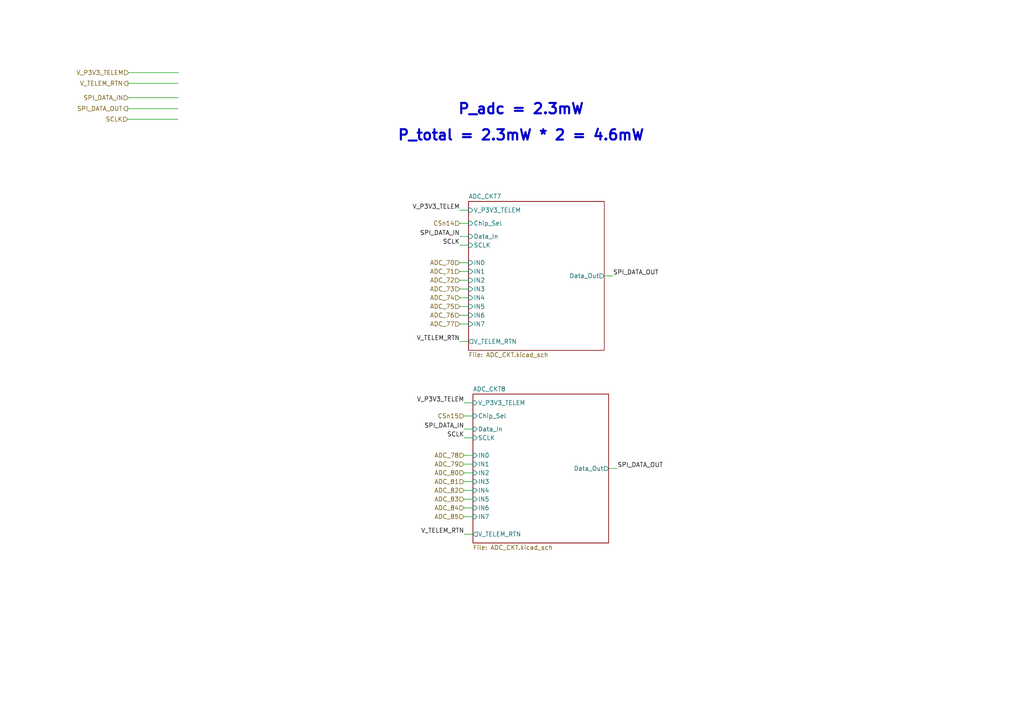
<source format=kicad_sch>
(kicad_sch
	(version 20250114)
	(generator "eeschema")
	(generator_version "9.0")
	(uuid "b1bfd09f-a992-4cd4-80c7-6d30746fd2c9")
	(paper "A4")
	(lib_symbols)
	(text "P_total = 2.3mW * 2 = 4.6mW"
		(exclude_from_sim no)
		(at 151.13 39.37 0)
		(effects
			(font
				(size 3 3)
				(thickness 0.6)
				(bold yes)
			)
		)
		(uuid "a323f798-67f7-4c2a-84fb-cbefd9c10a53")
	)
	(text "P_adc = 2.3mW"
		(exclude_from_sim no)
		(at 151.13 31.75 0)
		(effects
			(font
				(size 3 3)
				(thickness 0.6)
				(bold yes)
			)
		)
		(uuid "f10dd75f-d9b0-422a-a3a8-4b7056bec2fd")
	)
	(wire
		(pts
			(xy 177.8 80.01) (xy 175.26 80.01)
		)
		(stroke
			(width 0)
			(type default)
		)
		(uuid "0880fd44-d19f-4577-ac86-cf16cf581c6a")
	)
	(wire
		(pts
			(xy 133.35 60.96) (xy 135.89 60.96)
		)
		(stroke
			(width 0)
			(type default)
		)
		(uuid "0e154b37-cdd5-4aa5-8e56-589c44027748")
	)
	(wire
		(pts
			(xy 134.62 147.32) (xy 137.16 147.32)
		)
		(stroke
			(width 0)
			(type default)
		)
		(uuid "108be215-de06-463c-b176-c918845ab57c")
	)
	(wire
		(pts
			(xy 133.35 91.44) (xy 135.89 91.44)
		)
		(stroke
			(width 0)
			(type default)
		)
		(uuid "20b60f2e-1d96-4046-b73d-76822615054a")
	)
	(wire
		(pts
			(xy 133.35 99.06) (xy 135.89 99.06)
		)
		(stroke
			(width 0)
			(type default)
		)
		(uuid "2111184d-ca4f-407c-9e76-c1767f44661b")
	)
	(wire
		(pts
			(xy 134.62 144.78) (xy 137.16 144.78)
		)
		(stroke
			(width 0)
			(type default)
		)
		(uuid "347cb7c2-4f0f-4769-9df7-29045c9bfdeb")
	)
	(wire
		(pts
			(xy 134.62 149.86) (xy 137.16 149.86)
		)
		(stroke
			(width 0)
			(type default)
		)
		(uuid "3a93d332-64ea-42c2-987b-aa79fbed33c8")
	)
	(wire
		(pts
			(xy 37.3075 21.0718) (xy 51.8637 21.0718)
		)
		(stroke
			(width 0)
			(type default)
		)
		(uuid "44052100-75cc-4d16-8375-d5d4bdaa7e23")
	)
	(wire
		(pts
			(xy 133.35 68.58) (xy 135.89 68.58)
		)
		(stroke
			(width 0)
			(type default)
		)
		(uuid "47e5beae-63f9-4a00-a533-511293843f00")
	)
	(wire
		(pts
			(xy 134.62 127) (xy 137.16 127)
		)
		(stroke
			(width 0)
			(type default)
		)
		(uuid "4900f625-722b-4780-b6e9-aebbb3bf346d")
	)
	(wire
		(pts
			(xy 133.35 78.74) (xy 135.89 78.74)
		)
		(stroke
			(width 0)
			(type default)
		)
		(uuid "56f06d84-035a-4a3e-a40e-fbb3c2856b79")
	)
	(wire
		(pts
			(xy 133.35 76.2) (xy 135.89 76.2)
		)
		(stroke
			(width 0)
			(type default)
		)
		(uuid "5972d509-ec33-4885-a102-d468db773e3f")
	)
	(wire
		(pts
			(xy 133.35 83.82) (xy 135.89 83.82)
		)
		(stroke
			(width 0)
			(type default)
		)
		(uuid "76e4577a-a314-4323-88b6-cf3ddb3c10ec")
	)
	(wire
		(pts
			(xy 134.62 137.16) (xy 137.16 137.16)
		)
		(stroke
			(width 0)
			(type default)
		)
		(uuid "88e5f8ca-ca7a-4b9b-a0e7-7af309774ea2")
	)
	(wire
		(pts
			(xy 133.35 86.36) (xy 135.89 86.36)
		)
		(stroke
			(width 0)
			(type default)
		)
		(uuid "88ef489c-87ed-4fc3-ad60-b5e50d11e1a7")
	)
	(wire
		(pts
			(xy 133.35 93.98) (xy 135.89 93.98)
		)
		(stroke
			(width 0)
			(type default)
		)
		(uuid "8ee6f1c9-c640-4f61-aa7c-9c41b40afbd3")
	)
	(wire
		(pts
			(xy 37.0439 31.5077) (xy 51.6001 31.5077)
		)
		(stroke
			(width 0)
			(type default)
		)
		(uuid "910e6786-010e-49e4-b801-170c58ce6f00")
	)
	(wire
		(pts
			(xy 134.62 116.84) (xy 137.16 116.84)
		)
		(stroke
			(width 0)
			(type default)
		)
		(uuid "95497600-e5b2-477d-b4d8-817ce0ef49ff")
	)
	(wire
		(pts
			(xy 179.07 135.89) (xy 176.53 135.89)
		)
		(stroke
			(width 0)
			(type default)
		)
		(uuid "ac7df455-06d0-4c0e-b7f9-3506ae9dea7f")
	)
	(wire
		(pts
			(xy 134.62 124.46) (xy 137.16 124.46)
		)
		(stroke
			(width 0)
			(type default)
		)
		(uuid "af81ac90-8ba0-47cd-b5eb-c80370c88f74")
	)
	(wire
		(pts
			(xy 134.62 139.7) (xy 137.16 139.7)
		)
		(stroke
			(width 0)
			(type default)
		)
		(uuid "b154c157-3e7d-487f-a8bd-fef49dfec5c6")
	)
	(wire
		(pts
			(xy 134.62 142.24) (xy 137.16 142.24)
		)
		(stroke
			(width 0)
			(type default)
		)
		(uuid "b47198b4-e42b-451c-adf1-93b1cd790c48")
	)
	(wire
		(pts
			(xy 134.62 132.08) (xy 137.16 132.08)
		)
		(stroke
			(width 0)
			(type default)
		)
		(uuid "ba69de22-40b6-4737-a5c4-b7f16e26d3fb")
	)
	(wire
		(pts
			(xy 133.35 88.9) (xy 135.89 88.9)
		)
		(stroke
			(width 0)
			(type default)
		)
		(uuid "c78313ce-db89-451e-8ebf-c8f430e5d939")
	)
	(wire
		(pts
			(xy 134.62 134.62) (xy 137.16 134.62)
		)
		(stroke
			(width 0)
			(type default)
		)
		(uuid "c9fe9608-3656-4a30-a152-29179f96243e")
	)
	(wire
		(pts
			(xy 133.35 64.77) (xy 135.89 64.77)
		)
		(stroke
			(width 0)
			(type default)
		)
		(uuid "cd57ac84-8bdc-4fc3-b6f5-03534b4c4b43")
	)
	(wire
		(pts
			(xy 134.62 120.65) (xy 137.16 120.65)
		)
		(stroke
			(width 0)
			(type default)
		)
		(uuid "ddd3a318-4728-4782-a908-71d181ef27d2")
	)
	(wire
		(pts
			(xy 134.62 154.94) (xy 137.16 154.94)
		)
		(stroke
			(width 0)
			(type default)
		)
		(uuid "e43aa0ed-1720-4b27-a6c7-54aa75215191")
	)
	(wire
		(pts
			(xy 133.35 71.12) (xy 135.89 71.12)
		)
		(stroke
			(width 0)
			(type default)
		)
		(uuid "ed85f072-1e3d-408b-beca-c5a7f09bc71f")
	)
	(wire
		(pts
			(xy 37.1063 24.1919) (xy 51.6625 24.1919)
		)
		(stroke
			(width 0)
			(type default)
		)
		(uuid "f5660104-64ef-42ea-a987-3ca2b2827926")
	)
	(wire
		(pts
			(xy 133.35 81.28) (xy 135.89 81.28)
		)
		(stroke
			(width 0)
			(type default)
		)
		(uuid "f58c5ad3-dc41-49bc-89c6-964cdc73b758")
	)
	(wire
		(pts
			(xy 37.198 28.3491) (xy 51.7542 28.3491)
		)
		(stroke
			(width 0)
			(type default)
		)
		(uuid "fc6fe5e0-7534-4cec-b03d-faab8451dc44")
	)
	(wire
		(pts
			(xy 37.0439 34.5893) (xy 51.6001 34.5893)
		)
		(stroke
			(width 0)
			(type default)
		)
		(uuid "fd5a7f14-a7c4-43cc-a444-f6dbde4e8540")
	)
	(label "V_P3V3_TELEM"
		(at 134.62 116.84 180)
		(effects
			(font
				(size 1.27 1.27)
			)
			(justify right bottom)
		)
		(uuid "4af797b9-1776-489a-9352-d95718dc47c1")
	)
	(label "SPI_DATA_IN"
		(at 133.35 68.58 180)
		(effects
			(font
				(size 1.27 1.27)
			)
			(justify right bottom)
		)
		(uuid "5f5e189f-f61f-4276-af6e-23a454e7f60f")
	)
	(label "SPI_DATA_OUT"
		(at 177.8 80.01 0)
		(effects
			(font
				(size 1.27 1.27)
			)
			(justify left bottom)
		)
		(uuid "6423787f-e0fd-4a60-a742-5ac8db939779")
	)
	(label "V_TELEM_RTN"
		(at 134.62 154.94 180)
		(effects
			(font
				(size 1.27 1.27)
			)
			(justify right bottom)
		)
		(uuid "71216ef8-ef6c-487c-a87f-0d54eca50da5")
	)
	(label "SCLK"
		(at 134.62 127 180)
		(effects
			(font
				(size 1.27 1.27)
			)
			(justify right bottom)
		)
		(uuid "82d7e3a3-a352-4f50-a67f-43fd20b4533b")
	)
	(label "SCLK"
		(at 133.35 71.12 180)
		(effects
			(font
				(size 1.27 1.27)
			)
			(justify right bottom)
		)
		(uuid "9128dea8-1fb0-43d0-a395-dbc432dfbe57")
	)
	(label "SPI_DATA_IN"
		(at 134.62 124.46 180)
		(effects
			(font
				(size 1.27 1.27)
			)
			(justify right bottom)
		)
		(uuid "964a4434-9f87-4b0d-a07f-463ce03b3e20")
	)
	(label "V_P3V3_TELEM"
		(at 133.35 60.96 180)
		(effects
			(font
				(size 1.27 1.27)
			)
			(justify right bottom)
		)
		(uuid "a482e988-a6da-4cc8-be5a-fea80154b493")
	)
	(label "V_TELEM_RTN"
		(at 133.35 99.06 180)
		(effects
			(font
				(size 1.27 1.27)
			)
			(justify right bottom)
		)
		(uuid "abc701b1-eb5d-4e53-8f15-87d2aabfebcb")
	)
	(label "SPI_DATA_OUT"
		(at 179.07 135.89 0)
		(effects
			(font
				(size 1.27 1.27)
			)
			(justify left bottom)
		)
		(uuid "ff0bf55c-cdfe-418d-ab46-2cbd755a4d2e")
	)
	(hierarchical_label "V_TELEM_RTN"
		(shape output)
		(at 37.1063 24.1919 180)
		(effects
			(font
				(size 1.27 1.27)
			)
			(justify right)
		)
		(uuid "067397b4-23ff-42e9-9b4c-2ab854b16f08")
	)
	(hierarchical_label "ADC_78"
		(shape input)
		(at 134.62 132.08 180)
		(effects
			(font
				(size 1.27 1.27)
			)
			(justify right)
		)
		(uuid "0ed3ef10-0c2a-4227-a789-ead1ded7662e")
	)
	(hierarchical_label "ADC_81"
		(shape input)
		(at 134.62 139.7 180)
		(effects
			(font
				(size 1.27 1.27)
			)
			(justify right)
		)
		(uuid "2299dc21-cc1b-4e07-8d7f-be3ca660c27f")
	)
	(hierarchical_label "ADC_76"
		(shape input)
		(at 133.35 91.44 180)
		(effects
			(font
				(size 1.27 1.27)
			)
			(justify right)
		)
		(uuid "2cd64eb6-1762-49d1-a007-938ff6f1d167")
	)
	(hierarchical_label "ADC_82"
		(shape input)
		(at 134.62 142.24 180)
		(effects
			(font
				(size 1.27 1.27)
			)
			(justify right)
		)
		(uuid "32504e25-08e5-4645-b221-2a3901157a81")
	)
	(hierarchical_label "CSn14"
		(shape input)
		(at 133.35 64.77 180)
		(effects
			(font
				(size 1.27 1.27)
			)
			(justify right)
		)
		(uuid "32e015a6-0f67-42e9-bcab-ed81b1b8423c")
	)
	(hierarchical_label "SPI_DATA_OUT"
		(shape output)
		(at 37.0439 31.5077 180)
		(effects
			(font
				(size 1.27 1.27)
			)
			(justify right)
		)
		(uuid "37fe4578-e6fd-4013-bd83-9a9c597ebf0e")
	)
	(hierarchical_label "ADC_84"
		(shape input)
		(at 134.62 147.32 180)
		(effects
			(font
				(size 1.27 1.27)
			)
			(justify right)
		)
		(uuid "3b4fe841-bc9c-416e-b474-0d5639f4406d")
	)
	(hierarchical_label "ADC_77"
		(shape input)
		(at 133.35 93.98 180)
		(effects
			(font
				(size 1.27 1.27)
			)
			(justify right)
		)
		(uuid "61cd20a5-b4f5-46b5-bce2-c7024bbc4b47")
	)
	(hierarchical_label "ADC_75"
		(shape input)
		(at 133.35 88.9 180)
		(effects
			(font
				(size 1.27 1.27)
			)
			(justify right)
		)
		(uuid "63672da6-01fe-457f-9097-f9ba68f114f4")
	)
	(hierarchical_label "ADC_72"
		(shape input)
		(at 133.35 81.28 180)
		(effects
			(font
				(size 1.27 1.27)
			)
			(justify right)
		)
		(uuid "66c3b7be-16ac-4163-9c3a-3ad9a313f68d")
	)
	(hierarchical_label "ADC_83"
		(shape input)
		(at 134.62 144.78 180)
		(effects
			(font
				(size 1.27 1.27)
			)
			(justify right)
		)
		(uuid "8246106b-a791-4784-920d-1757ee9e92eb")
	)
	(hierarchical_label "ADC_73"
		(shape input)
		(at 133.35 83.82 180)
		(effects
			(font
				(size 1.27 1.27)
			)
			(justify right)
		)
		(uuid "82ac00b0-f252-41eb-802b-849d8d5e71c1")
	)
	(hierarchical_label "ADC_80"
		(shape input)
		(at 134.62 137.16 180)
		(effects
			(font
				(size 1.27 1.27)
			)
			(justify right)
		)
		(uuid "83c0b583-0439-4e21-9c8f-8f5487b9d846")
	)
	(hierarchical_label "V_P3V3_TELEM"
		(shape input)
		(at 37.3075 21.0718 180)
		(effects
			(font
				(size 1.27 1.27)
			)
			(justify right)
		)
		(uuid "848f24ce-dbb5-4fcd-91c1-0ac2b6cfc33d")
	)
	(hierarchical_label "ADC_85"
		(shape input)
		(at 134.62 149.86 180)
		(effects
			(font
				(size 1.27 1.27)
			)
			(justify right)
		)
		(uuid "89cd177d-746a-418d-a8f5-a76cc39ea434")
	)
	(hierarchical_label "ADC_71"
		(shape input)
		(at 133.35 78.74 180)
		(effects
			(font
				(size 1.27 1.27)
			)
			(justify right)
		)
		(uuid "a585a5d1-7da4-4017-a9be-b2495cddaf8a")
	)
	(hierarchical_label "ADC_70"
		(shape input)
		(at 133.35 76.2 180)
		(effects
			(font
				(size 1.27 1.27)
			)
			(justify right)
		)
		(uuid "b5013904-6830-44c0-a4dc-5b5e9c7295d5")
	)
	(hierarchical_label "ADC_74"
		(shape input)
		(at 133.35 86.36 180)
		(effects
			(font
				(size 1.27 1.27)
			)
			(justify right)
		)
		(uuid "cb3c3f52-ca82-4d4f-ba1b-56eeae80c140")
	)
	(hierarchical_label "CSn15"
		(shape input)
		(at 134.62 120.65 180)
		(effects
			(font
				(size 1.27 1.27)
			)
			(justify right)
		)
		(uuid "e9095094-5220-4601-9468-23b236d347f8")
	)
	(hierarchical_label "SCLK"
		(shape input)
		(at 37.0439 34.5893 180)
		(effects
			(font
				(size 1.27 1.27)
			)
			(justify right)
		)
		(uuid "ee354527-710a-44e7-810a-e02583d2bb16")
	)
	(hierarchical_label "ADC_79"
		(shape input)
		(at 134.62 134.62 180)
		(effects
			(font
				(size 1.27 1.27)
			)
			(justify right)
		)
		(uuid "f30dcd12-4510-42e5-a405-4eacaa7070a7")
	)
	(hierarchical_label "SPI_DATA_IN"
		(shape input)
		(at 37.198 28.3491 180)
		(effects
			(font
				(size 1.27 1.27)
			)
			(justify right)
		)
		(uuid "fa264329-bb68-49c4-9603-164a5c1e54c0")
	)
	(sheet
		(at 137.16 114.3)
		(size 39.37 43.18)
		(exclude_from_sim no)
		(in_bom yes)
		(on_board yes)
		(dnp no)
		(fields_autoplaced yes)
		(stroke
			(width 0.1524)
			(type solid)
		)
		(fill
			(color 0 0 0 0.0000)
		)
		(uuid "ab708565-b0f0-4be2-ac40-20af25c671ea")
		(property "Sheetname" "ADC_CKT8"
			(at 137.16 113.5884 0)
			(effects
				(font
					(size 1.27 1.27)
				)
				(justify left bottom)
			)
		)
		(property "Sheetfile" "ADC_CKT.kicad_sch"
			(at 137.16 158.0646 0)
			(effects
				(font
					(size 1.27 1.27)
				)
				(justify left top)
			)
		)
		(pin "IN2" input
			(at 137.16 137.16 180)
			(uuid "3d872d0e-7850-4a9b-a342-55e6fcb366ce")
			(effects
				(font
					(size 1.27 1.27)
				)
				(justify left)
			)
		)
		(pin "Chip_Sel" input
			(at 137.16 120.65 180)
			(uuid "610e4000-7e41-4b48-92cc-3bac73424555")
			(effects
				(font
					(size 1.27 1.27)
				)
				(justify left)
			)
		)
		(pin "IN0" input
			(at 137.16 132.08 180)
			(uuid "3ae804f2-4c8f-4e7f-bbb5-693c36315881")
			(effects
				(font
					(size 1.27 1.27)
				)
				(justify left)
			)
		)
		(pin "IN1" input
			(at 137.16 134.62 180)
			(uuid "89b6e4db-9ae4-452d-b2ab-9d88db6ed85a")
			(effects
				(font
					(size 1.27 1.27)
				)
				(justify left)
			)
		)
		(pin "IN4" input
			(at 137.16 142.24 180)
			(uuid "fb104576-74e8-4c54-8381-32fe379a3d7a")
			(effects
				(font
					(size 1.27 1.27)
				)
				(justify left)
			)
		)
		(pin "IN5" input
			(at 137.16 144.78 180)
			(uuid "2b3216bd-26e2-4d6a-aa9f-6f4a9f5ded6b")
			(effects
				(font
					(size 1.27 1.27)
				)
				(justify left)
			)
		)
		(pin "IN6" input
			(at 137.16 147.32 180)
			(uuid "477e8fa2-528b-45fa-b8d3-6fa91a56c064")
			(effects
				(font
					(size 1.27 1.27)
				)
				(justify left)
			)
		)
		(pin "IN7" input
			(at 137.16 149.86 180)
			(uuid "18199244-828a-4372-8986-3f8e3024e4b1")
			(effects
				(font
					(size 1.27 1.27)
				)
				(justify left)
			)
		)
		(pin "IN3" input
			(at 137.16 139.7 180)
			(uuid "cb94140d-a823-46f4-937a-3844b16de6e9")
			(effects
				(font
					(size 1.27 1.27)
				)
				(justify left)
			)
		)
		(pin "Data_In" input
			(at 137.16 124.46 180)
			(uuid "68be3add-45b3-42f9-8428-3d2f84d59cd4")
			(effects
				(font
					(size 1.27 1.27)
				)
				(justify left)
			)
		)
		(pin "SCLK" input
			(at 137.16 127 180)
			(uuid "15354b77-d1d2-4006-98c8-ccb16665971a")
			(effects
				(font
					(size 1.27 1.27)
				)
				(justify left)
			)
		)
		(pin "Data_Out" output
			(at 176.53 135.89 0)
			(uuid "c30e4145-2287-4f81-a92f-5d4632478efd")
			(effects
				(font
					(size 1.27 1.27)
				)
				(justify right)
			)
		)
		(pin "V_TELEM_RTN" output
			(at 137.16 154.94 180)
			(uuid "d24e4923-3828-4194-aed8-fe77f517bcd5")
			(effects
				(font
					(size 1.27 1.27)
				)
				(justify left)
			)
		)
		(pin "V_P3V3_TELEM" input
			(at 137.16 116.84 180)
			(uuid "47d333ba-ea43-4562-91e0-0fb00794ee35")
			(effects
				(font
					(size 1.27 1.27)
				)
				(justify left)
			)
		)
		(instances
			(project "14_COMMS_TELEM"
				(path "/b7b038d0-dec0-4686-9ec5-5c1fa7f24a6d/e0dd5719-47bd-4b62-93c6-a38583f1863f"
					(page "23")
				)
			)
		)
	)
	(sheet
		(at 135.89 58.42)
		(size 39.37 43.18)
		(exclude_from_sim no)
		(in_bom yes)
		(on_board yes)
		(dnp no)
		(fields_autoplaced yes)
		(stroke
			(width 0.1524)
			(type solid)
		)
		(fill
			(color 0 0 0 0.0000)
		)
		(uuid "f78e4b32-e03c-4342-9fd0-ff4c1f674fba")
		(property "Sheetname" "ADC_CKT7"
			(at 135.89 57.7084 0)
			(effects
				(font
					(size 1.27 1.27)
				)
				(justify left bottom)
			)
		)
		(property "Sheetfile" "ADC_CKT.kicad_sch"
			(at 135.89 102.1846 0)
			(effects
				(font
					(size 1.27 1.27)
				)
				(justify left top)
			)
		)
		(pin "IN2" input
			(at 135.89 81.28 180)
			(uuid "834487ff-6422-4413-8115-0632b281bd83")
			(effects
				(font
					(size 1.27 1.27)
				)
				(justify left)
			)
		)
		(pin "Chip_Sel" input
			(at 135.89 64.77 180)
			(uuid "db84c971-fc8f-4430-8b75-2578101050d3")
			(effects
				(font
					(size 1.27 1.27)
				)
				(justify left)
			)
		)
		(pin "IN0" input
			(at 135.89 76.2 180)
			(uuid "40dc7b36-52d3-4fe3-9e98-50d9e474e126")
			(effects
				(font
					(size 1.27 1.27)
				)
				(justify left)
			)
		)
		(pin "IN1" input
			(at 135.89 78.74 180)
			(uuid "c54dd378-f021-40a4-a41e-9faa96a11d26")
			(effects
				(font
					(size 1.27 1.27)
				)
				(justify left)
			)
		)
		(pin "IN4" input
			(at 135.89 86.36 180)
			(uuid "8165af3f-e5ef-418d-8d46-89038056ac3f")
			(effects
				(font
					(size 1.27 1.27)
				)
				(justify left)
			)
		)
		(pin "IN5" input
			(at 135.89 88.9 180)
			(uuid "88a21070-4758-479b-a19c-b3405c577c75")
			(effects
				(font
					(size 1.27 1.27)
				)
				(justify left)
			)
		)
		(pin "IN6" input
			(at 135.89 91.44 180)
			(uuid "1f68633b-53f1-4559-98a8-7fba580120d7")
			(effects
				(font
					(size 1.27 1.27)
				)
				(justify left)
			)
		)
		(pin "IN7" input
			(at 135.89 93.98 180)
			(uuid "bfdce55b-81c1-4ce0-adf2-2bd94fd98eec")
			(effects
				(font
					(size 1.27 1.27)
				)
				(justify left)
			)
		)
		(pin "IN3" input
			(at 135.89 83.82 180)
			(uuid "bad75b3c-4254-4ae1-a1ce-ad29bb03d587")
			(effects
				(font
					(size 1.27 1.27)
				)
				(justify left)
			)
		)
		(pin "Data_In" input
			(at 135.89 68.58 180)
			(uuid "552884b7-b0de-47ee-9e55-338e52277f4e")
			(effects
				(font
					(size 1.27 1.27)
				)
				(justify left)
			)
		)
		(pin "SCLK" input
			(at 135.89 71.12 180)
			(uuid "478d252a-0d10-4ae6-8459-0ce8e6215811")
			(effects
				(font
					(size 1.27 1.27)
				)
				(justify left)
			)
		)
		(pin "Data_Out" output
			(at 175.26 80.01 0)
			(uuid "d5d6907c-ae49-4abe-ae4e-01ee947731f3")
			(effects
				(font
					(size 1.27 1.27)
				)
				(justify right)
			)
		)
		(pin "V_TELEM_RTN" output
			(at 135.89 99.06 180)
			(uuid "48bd7c11-b8f4-4680-b4d0-d22bcd9446df")
			(effects
				(font
					(size 1.27 1.27)
				)
				(justify left)
			)
		)
		(pin "V_P3V3_TELEM" input
			(at 135.89 60.96 180)
			(uuid "3f7010db-a647-447b-a409-7899adac094d")
			(effects
				(font
					(size 1.27 1.27)
				)
				(justify left)
			)
		)
		(instances
			(project "14_COMMS_TELEM"
				(path "/b7b038d0-dec0-4686-9ec5-5c1fa7f24a6d/e0dd5719-47bd-4b62-93c6-a38583f1863f"
					(page "21")
				)
			)
		)
	)
)

</source>
